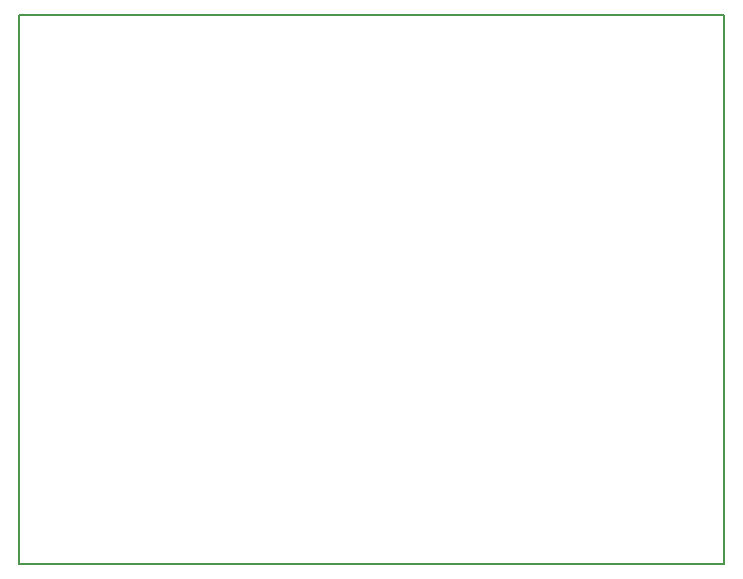
<source format=gbo>
G04 MADE WITH FRITZING*
G04 WWW.FRITZING.ORG*
G04 SINGLE SIDED*
G04 HOLES NOT PLATED*
G04 CONTOUR ON CENTER OF CONTOUR VECTOR*
%ASAXBY*%
%FSLAX23Y23*%
%MOIN*%
%OFA0B0*%
%SFA1.0B1.0*%
%ADD10R,2.359390X1.838570X2.343390X1.822570*%
%ADD11C,0.008000*%
%LNSILK0*%
G90*
G70*
G54D11*
X4Y1835D02*
X2355Y1835D01*
X2355Y4D01*
X4Y4D01*
X4Y1835D01*
D02*
G04 End of Silk0*
M02*
</source>
